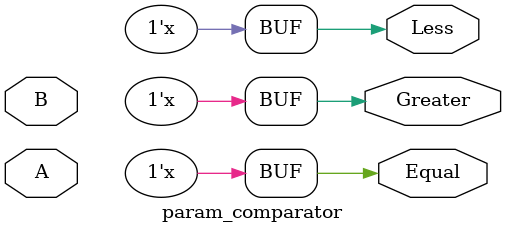
<source format=v>
module param_comparator #(
    parameter WIDTH = 8
)(
    input [WIDTH-1:0] A,
    input [WIDTH-1:0] B,
    output reg Equal,
    output reg Greater,
    output reg Less
);
    
always @(*) begin
    if (A == B)
        Equal <= 1;
    else if (A > B)
        Greater <= 1;
    else 
        Less <= 1;
        
    Equal <= ~Equal & ~(Greater | Less);
    Greater <= ~Greater & ~(Equal | Less);
    Less <= ~Less & ~(Equal | Greater);
end

endmodule
</source>
